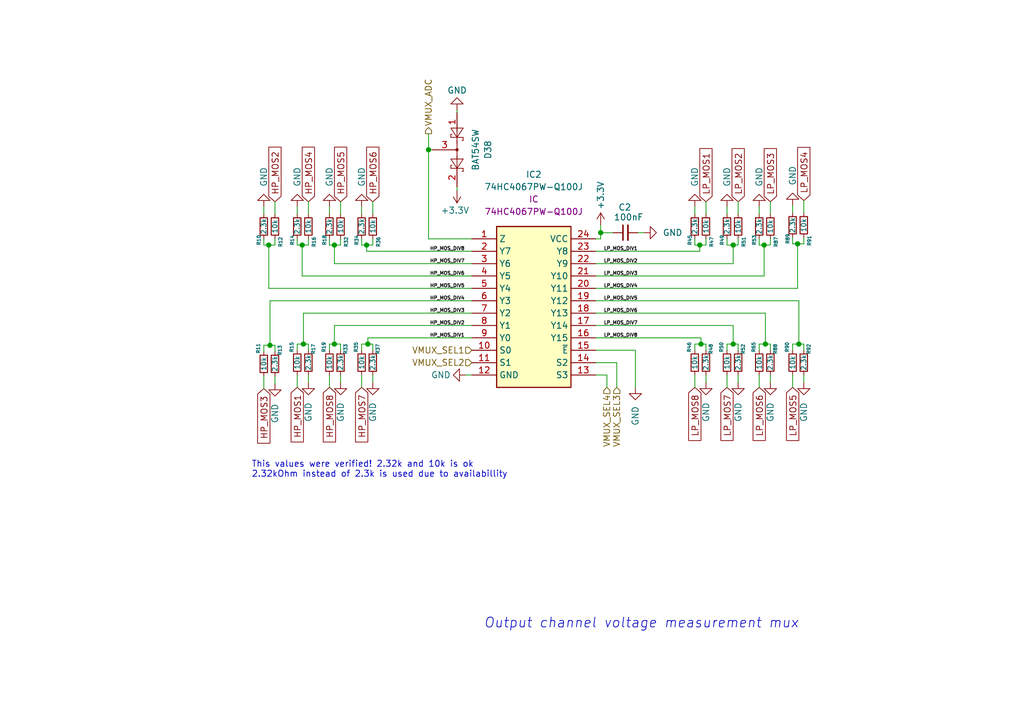
<source format=kicad_sch>
(kicad_sch (version 20211123) (generator eeschema)
  (paper "A5")
  (lib_symbols
    (symbol "Device:C_Small" (pin_numbers hide) (pin_names (offset 0.254) hide)
      (property "Reference" "C" (at 0.254 1.778 0))
      (property "Value" "C_Small" (at 0.254 -2.032 0))
      (symbol "C_Small_0_1"
        (polyline (pts (xy -1.524 -0.508) (xy 1.524 -0.508)) (stroke (width 0.3302)))
        (polyline (pts (xy -1.524 0.508) (xy 1.524 0.508)) (stroke (width 0.3048)))
      )
      (symbol "C_Small_1_1"
        (pin passive line (at 0 2.54 270) (length 2.032) (name "~") (number "1"))
        (pin passive line (at 0 -2.54 90) (length 2.032) (name "~") (number "2"))
      )
    )
    (symbol "Device:R_Small" (pin_numbers hide) (pin_names (offset 0.254) hide)
      (property "Reference" "R" (at 0.762 0.508 0))
      (property "Value" "R_Small" (at 0.762 -1.016 0))
      (symbol "R_Small_0_1"
        (rectangle (start -0.762 1.778) (end 0.762 -1.778) (stroke (width 0.2032)))
      )
      (symbol "R_Small_1_1"
        (pin passive line (at 0 2.54 270) (length 0.762) (name "~") (number "1"))
        (pin passive line (at 0 -2.54 90) (length 0.762) (name "~") (number "2"))
      )
    )
    (symbol "Diode:BAT54SW" (pin_names (offset 1.016))
      (property "Reference" "D" (at 0.635 -3.81 0))
      (property "Value" "BAT54SW" (at -6.35 3.175 0))
      (symbol "BAT54SW_0_1"
        (polyline (pts (xy -3.81 0) (xy -1.27 0)))
        (polyline (pts (xy -3.175 -1.27) (xy -3.175 -1.016)))
        (polyline (pts (xy -2.54 -1.27) (xy -3.175 -1.27)))
        (polyline (pts (xy -2.54 -1.27) (xy -2.54 1.27)))
        (polyline (pts (xy -2.54 1.27) (xy -1.905 1.27)))
        (polyline (pts (xy -1.905 0) (xy 1.905 0)))
        (polyline (pts (xy -1.905 1.27) (xy -1.905 1.016)))
        (polyline (pts (xy 1.27 0) (xy 3.81 0)))
        (polyline (pts (xy 3.175 -1.27) (xy 3.175 -1.016)))
        (polyline (pts (xy 3.81 -1.27) (xy 3.175 -1.27)))
        (polyline (pts (xy 3.81 -1.27) (xy 3.81 1.27)))
        (polyline (pts (xy 3.81 1.27) (xy 4.445 1.27)))
        (polyline (pts (xy 4.445 1.27) (xy 4.445 1.016)))
        (polyline (pts (xy -4.445 1.27) (xy -4.445 -1.27) (xy -2.54 0) (xy -4.445 1.27)))
        (polyline (pts (xy 1.905 1.27) (xy 1.905 -1.27) (xy 3.81 0) (xy 1.905 1.27)))
        (circle (center 0 0) (radius 0.254) (fill (type outline)))
      )
      (symbol "BAT54SW_1_1"
        (pin passive line (at -7.62 0 0) (length 3.81) (name "~") (number "1"))
        (pin passive line (at 7.62 0 180) (length 3.81) (name "~") (number "2"))
        (pin passive line (at 0 -5.08 90) (length 5.08) (name "~") (number "3"))
      )
    )
    (symbol "pdms_additional:74HC4067PW-Q100J"
      (property "Value" "74HC4067PW-Q100J" (at 0 0 0))
      (property "Reference_1" "IC" (at 21.59 7.62 0))
      (property "Value_1" "74HC4067PW-Q100J" (at 21.59 5.08 0))
      (symbol "74HC4067PW-Q100J_1_1"
        (rectangle (start 5.08 2.54) (end 20.32 -30.48) (stroke (width 0.254)) (fill (type background)))
        (pin passive line (at 0 0 0) (length 5.08) (name "Z") (number "1"))
        (pin passive line (at 0 -22.86 0) (length 5.08) (name "S0") (number "10"))
        (pin passive line (at 0 -25.4 0) (length 5.08) (name "S1") (number "11"))
        (pin passive line (at 0 -27.94 0) (length 5.08) (name "GND") (number "12"))
        (pin passive line (at 25.4 -27.94 180) (length 5.08) (name "S3") (number "13"))
        (pin passive line (at 25.4 -25.4 180) (length 5.08) (name "S2") (number "14"))
        (pin passive line (at 25.4 -22.86 180) (length 5.08) (name "~{E}") (number "15"))
        (pin passive line (at 25.4 -20.32 180) (length 5.08) (name "Y15") (number "16"))
        (pin passive line (at 25.4 -17.78 180) (length 5.08) (name "Y14") (number "17"))
        (pin passive line (at 25.4 -15.24 180) (length 5.08) (name "Y13") (number "18"))
        (pin passive line (at 25.4 -12.7 180) (length 5.08) (name "Y12") (number "19"))
        (pin passive line (at 0 -2.54 0) (length 5.08) (name "Y7") (number "2"))
        (pin passive line (at 25.4 -10.16 180) (length 5.08) (name "Y11") (number "20"))
        (pin passive line (at 25.4 -7.62 180) (length 5.08) (name "Y10") (number "21"))
        (pin passive line (at 25.4 -5.08 180) (length 5.08) (name "Y9") (number "22"))
        (pin passive line (at 25.4 -2.54 180) (length 5.08) (name "Y8") (number "23"))
        (pin passive line (at 25.4 0 180) (length 5.08) (name "VCC") (number "24"))
        (pin passive line (at 0 -5.08 0) (length 5.08) (name "Y6") (number "3"))
        (pin passive line (at 0 -7.62 0) (length 5.08) (name "Y5") (number "4"))
        (pin passive line (at 0 -10.16 0) (length 5.08) (name "Y4") (number "5"))
        (pin passive line (at 0 -12.7 0) (length 5.08) (name "Y3") (number "6"))
        (pin passive line (at 0 -15.24 0) (length 5.08) (name "Y2") (number "7"))
        (pin passive line (at 0 -17.78 0) (length 5.08) (name "Y1") (number "8"))
        (pin passive line (at 0 -20.32 0) (length 5.08) (name "Y0") (number "9"))
      )
    )
    (symbol "power:+3.3V" (power) (pin_names (offset 0))
      (property "Value" "+3.3V" (at 0 3.556 0))
      (symbol "+3.3V_0_1"
        (polyline (pts (xy -0.762 1.27) (xy 0 2.54)))
        (polyline (pts (xy 0 0) (xy 0 2.54)))
        (polyline (pts (xy 0 2.54) (xy 0.762 1.27)))
      )
      (symbol "+3.3V_1_1"
        (pin power_in line (at 0 0 90) (length 0) hide (name "+3.3V") (number "1"))
      )
    )
    (symbol "power:GND" (power) (pin_names (offset 0))
      (property "Value" "GND" (at 0 -3.81 0))
      (symbol "GND_0_1"
        (polyline (pts (xy 0 0) (xy 0 -1.27) (xy 1.27 -1.27) (xy 0 -2.54) (xy -1.27 -1.27) (xy 0 -1.27)))
      )
      (symbol "GND_1_1"
        (pin power_in line (at 0 0 270) (length 0) hide (name "GND") (number "1"))
      )
    )
  )
  (junction (at 150.368 50.292))
  (junction (at 163.576 50.038))
  (junction (at 143.764 70.612))
  (junction (at 55.118 50.292))
  (junction (at 75.184 50.292))
  (junction (at 156.718 50.292))
  (junction (at 61.976 50.292))
  (junction (at 62.23 70.612))
  (junction (at 143.51 50.292))
  (junction (at 75.438 70.612))
  (junction (at 68.58 70.612))
  (junction (at 163.83 70.612))
  (junction (at 150.368 70.612))
  (junction (at 87.884 30.734))
  (junction (at 123.19 47.752))
  (junction (at 156.972 70.612))
  (junction (at 68.58 50.292))
  (junction (at 55.372 70.866))
  (wire (pts (xy 130.302 71.882) (xy 130.302 79.502)))
  (wire (pts (xy 96.774 56.642) (xy 61.976 56.642)))
  (wire (pts (xy 162.56 70.612) (xy 163.83 70.612)))
  (wire (pts (xy 63.246 71.882) (xy 63.246 70.612)))
  (wire (pts (xy 149.098 49.022) (xy 149.098 50.292)))
  (wire (pts (xy 76.454 50.292) (xy 75.184 50.292)))
  (wire (pts (xy 63.246 70.612) (xy 62.23 70.612)))
  (wire (pts (xy 124.46 76.962) (xy 122.174 76.962)))
  (wire (pts (xy 54.102 43.942) (xy 54.102 42.418)))
  (wire (pts (xy 68.58 50.292) (xy 67.564 50.292)))
  (wire (pts (xy 155.702 70.612) (xy 155.702 71.882)))
  (wire (pts (xy 56.388 50.292) (xy 55.118 50.292)))
  (wire (pts (xy 149.098 76.962) (xy 149.098 79.502)))
  (wire (pts (xy 122.174 66.802) (xy 150.368 66.802)))
  (wire (pts (xy 96.774 64.262) (xy 62.23 64.262)))
  (wire (pts (xy 122.174 61.722) (xy 163.83 61.722)))
  (wire (pts (xy 163.576 50.038) (xy 164.846 50.038)))
  (wire (pts (xy 63.246 50.292) (xy 61.976 50.292)))
  (wire (pts (xy 142.494 76.962) (xy 142.494 79.502)))
  (wire (pts (xy 157.988 43.942) (xy 157.988 41.402)))
  (wire (pts (xy 156.972 70.612) (xy 157.988 70.612)))
  (wire (pts (xy 60.96 49.022) (xy 60.96 50.292)))
  (wire (pts (xy 142.494 70.612) (xy 143.764 70.612)))
  (wire (pts (xy 76.454 76.962) (xy 76.454 78.486)))
  (wire (pts (xy 150.368 70.612) (xy 151.384 70.612)))
  (wire (pts (xy 157.988 50.292) (xy 157.988 49.022)))
  (wire (pts (xy 122.174 59.182) (xy 163.576 59.182)))
  (wire (pts (xy 150.368 50.292) (xy 151.384 50.292)))
  (wire (pts (xy 61.976 56.642) (xy 61.976 50.292)))
  (wire (pts (xy 163.83 70.612) (xy 164.846 70.612)))
  (wire (pts (xy 96.774 59.182) (xy 55.118 59.182)))
  (wire (pts (xy 76.454 43.942) (xy 76.454 41.402)))
  (wire (pts (xy 55.372 61.722) (xy 55.372 70.866)))
  (wire (pts (xy 157.988 76.962) (xy 157.988 78.486)))
  (wire (pts (xy 164.846 43.688) (xy 164.846 41.148)))
  (wire (pts (xy 126.492 74.422) (xy 122.174 74.422)))
  (wire (pts (xy 69.85 50.292) (xy 69.85 49.022)))
  (wire (pts (xy 144.78 50.292) (xy 144.78 49.022)))
  (wire (pts (xy 96.774 61.722) (xy 55.372 61.722)))
  (wire (pts (xy 56.388 70.866) (xy 55.372 70.866)))
  (wire (pts (xy 93.726 22.606) (xy 93.726 23.114)))
  (wire (pts (xy 151.384 43.942) (xy 151.384 41.402)))
  (wire (pts (xy 75.184 51.562) (xy 75.184 50.292)))
  (wire (pts (xy 74.168 76.962) (xy 74.168 79.502)))
  (wire (pts (xy 54.102 77.216) (xy 54.102 79.756)))
  (wire (pts (xy 149.098 43.942) (xy 149.098 42.418)))
  (wire (pts (xy 124.46 79.502) (xy 124.46 76.962)))
  (wire (pts (xy 125.73 47.752) (xy 123.19 47.752)))
  (wire (pts (xy 56.388 43.942) (xy 56.388 41.402)))
  (wire (pts (xy 162.56 43.688) (xy 162.56 42.164)))
  (wire (pts (xy 144.78 43.942) (xy 144.78 41.402)))
  (wire (pts (xy 67.564 49.022) (xy 67.564 50.292)))
  (wire (pts (xy 155.702 76.962) (xy 155.702 79.502)))
  (wire (pts (xy 55.118 59.182) (xy 55.118 50.292)))
  (wire (pts (xy 151.384 76.962) (xy 151.384 78.486)))
  (wire (pts (xy 151.384 71.882) (xy 151.384 70.612)))
  (wire (pts (xy 69.85 70.612) (xy 68.58 70.612)))
  (wire (pts (xy 130.81 47.752) (xy 132.08 47.752)))
  (wire (pts (xy 63.246 43.942) (xy 63.246 41.402)))
  (wire (pts (xy 151.384 50.292) (xy 151.384 49.022)))
  (wire (pts (xy 122.174 51.562) (xy 143.51 51.562)))
  (wire (pts (xy 87.884 49.022) (xy 96.774 49.022)))
  (wire (pts (xy 156.718 50.292) (xy 157.988 50.292)))
  (wire (pts (xy 122.174 64.262) (xy 156.972 64.262)))
  (wire (pts (xy 164.846 76.962) (xy 164.846 78.486)))
  (wire (pts (xy 155.702 43.942) (xy 155.702 42.418)))
  (wire (pts (xy 67.564 76.962) (xy 67.564 79.502)))
  (wire (pts (xy 87.884 27.432) (xy 87.884 30.734)))
  (wire (pts (xy 123.19 49.022) (xy 122.174 49.022)))
  (wire (pts (xy 69.85 76.962) (xy 69.85 78.486)))
  (wire (pts (xy 123.19 47.752) (xy 123.19 49.022)))
  (wire (pts (xy 164.846 71.882) (xy 164.846 70.612)))
  (wire (pts (xy 142.494 50.292) (xy 143.51 50.292)))
  (wire (pts (xy 76.454 70.612) (xy 75.438 70.612)))
  (wire (pts (xy 143.764 70.612) (xy 144.78 70.612)))
  (wire (pts (xy 143.51 50.292) (xy 144.78 50.292)))
  (wire (pts (xy 54.102 70.866) (xy 54.102 72.136)))
  (wire (pts (xy 63.246 50.292) (xy 63.246 49.022)))
  (wire (pts (xy 162.56 50.038) (xy 163.576 50.038)))
  (wire (pts (xy 155.702 70.612) (xy 156.972 70.612)))
  (wire (pts (xy 144.78 76.962) (xy 144.78 78.486)))
  (wire (pts (xy 68.58 66.802) (xy 68.58 70.612)))
  (wire (pts (xy 96.774 51.562) (xy 75.184 51.562)))
  (wire (pts (xy 75.438 70.612) (xy 74.168 70.612)))
  (wire (pts (xy 56.388 77.216) (xy 56.388 78.74)))
  (wire (pts (xy 75.438 70.612) (xy 75.438 69.342)))
  (wire (pts (xy 164.846 50.038) (xy 164.846 48.768)))
  (wire (pts (xy 87.884 30.734) (xy 87.884 49.022)))
  (wire (pts (xy 62.23 70.612) (xy 62.23 64.262)))
  (wire (pts (xy 56.388 50.292) (xy 56.388 49.022)))
  (wire (pts (xy 74.168 49.022) (xy 74.168 50.292)))
  (wire (pts (xy 69.85 50.292) (xy 68.58 50.292)))
  (wire (pts (xy 149.098 70.612) (xy 149.098 71.882)))
  (wire (pts (xy 144.78 71.882) (xy 144.78 70.612)))
  (wire (pts (xy 69.85 43.942) (xy 69.85 41.402)))
  (wire (pts (xy 157.988 71.882) (xy 157.988 70.612)))
  (wire (pts (xy 155.702 50.292) (xy 156.718 50.292)))
  (wire (pts (xy 67.564 70.612) (xy 67.564 71.882)))
  (wire (pts (xy 143.764 69.342) (xy 143.764 70.612)))
  (wire (pts (xy 76.454 50.292) (xy 76.454 49.022)))
  (wire (pts (xy 87.884 30.734) (xy 88.646 30.734)))
  (wire (pts (xy 150.368 66.802) (xy 150.368 70.612)))
  (wire (pts (xy 55.118 50.292) (xy 54.102 50.292)))
  (wire (pts (xy 143.51 50.292) (xy 143.51 51.562)))
  (wire (pts (xy 61.976 50.292) (xy 60.96 50.292)))
  (wire (pts (xy 142.494 43.942) (xy 142.494 42.418)))
  (wire (pts (xy 74.168 43.942) (xy 74.168 42.418)))
  (wire (pts (xy 156.718 50.292) (xy 156.718 56.642)))
  (wire (pts (xy 123.19 46.228) (xy 123.19 47.752)))
  (wire (pts (xy 163.83 61.722) (xy 163.83 70.612)))
  (wire (pts (xy 162.56 76.962) (xy 162.56 79.502)))
  (wire (pts (xy 156.972 64.262) (xy 156.972 70.612)))
  (wire (pts (xy 74.168 70.612) (xy 74.168 71.882)))
  (wire (pts (xy 122.174 56.642) (xy 156.718 56.642)))
  (wire (pts (xy 122.174 71.882) (xy 130.302 71.882)))
  (wire (pts (xy 126.492 79.502) (xy 126.492 74.422)))
  (wire (pts (xy 96.774 66.802) (xy 68.58 66.802)))
  (wire (pts (xy 149.098 50.292) (xy 150.368 50.292)))
  (wire (pts (xy 150.368 54.102) (xy 150.368 50.292)))
  (wire (pts (xy 62.23 70.612) (xy 60.96 70.612)))
  (wire (pts (xy 63.246 76.962) (xy 63.246 78.486)))
  (wire (pts (xy 93.726 39.116) (xy 93.726 38.354)))
  (wire (pts (xy 122.174 54.102) (xy 150.368 54.102)))
  (wire (pts (xy 60.96 70.612) (xy 60.96 71.882)))
  (wire (pts (xy 142.494 49.022) (xy 142.494 50.292)))
  (wire (pts (xy 69.85 71.882) (xy 69.85 70.612)))
  (wire (pts (xy 75.184 50.292) (xy 74.168 50.292)))
  (wire (pts (xy 162.56 48.768) (xy 162.56 50.038)))
  (wire (pts (xy 68.58 54.102) (xy 68.58 50.292)))
  (wire (pts (xy 68.58 70.612) (xy 67.564 70.612)))
  (wire (pts (xy 67.564 43.942) (xy 67.564 42.418)))
  (wire (pts (xy 155.702 49.022) (xy 155.702 50.292)))
  (wire (pts (xy 95.504 76.962) (xy 96.774 76.962)))
  (wire (pts (xy 60.96 76.962) (xy 60.96 79.502)))
  (wire (pts (xy 142.494 70.612) (xy 142.494 71.882)))
  (wire (pts (xy 60.96 43.942) (xy 60.96 42.418)))
  (wire (pts (xy 55.372 70.866) (xy 54.102 70.866)))
  (wire (pts (xy 56.388 72.136) (xy 56.388 70.866)))
  (wire (pts (xy 96.774 54.102) (xy 68.58 54.102)))
  (wire (pts (xy 163.576 59.182) (xy 163.576 50.038)))
  (wire (pts (xy 54.102 49.022) (xy 54.102 50.292)))
  (wire (pts (xy 122.174 69.342) (xy 143.764 69.342)))
  (wire (pts (xy 162.56 70.612) (xy 162.56 71.882)))
  (wire (pts (xy 149.098 70.612) (xy 150.368 70.612)))
  (wire (pts (xy 96.774 69.342) (xy 75.438 69.342)))
  (wire (pts (xy 76.454 71.882) (xy 76.454 70.612)))
  (text "Output channel voltage measurement mux" (at 99.187 129.159 0) (effects (font (size 2 2) italic) (justify left bottom)))
  (text "This values were verified! 2.32k and 10k is ok\n2.32kOhm instead of 2.3k is used due to availabillity" (at 51.562 98.171 0) (effects (font (size 1.27 1.27)) (justify left bottom)))
  (label "HP_MOS_DIV7" (at 88.138 54.102 0) (effects (font (size 0.7 0.7))))
  (label "HP_MOS_DIV6" (at 88.138 56.642 0) (effects (font (size 0.7 0.7))))
  (label "LP_MOS_DIV7" (at 130.81 66.802 180) (effects (font (size 0.7 0.7))))
  (label "LP_MOS_DIV8" (at 130.81 69.342 180) (effects (font (size 0.7 0.7))))
  (label "HP_MOS_DIV1" (at 88.138 69.342 0) (effects (font (size 0.7 0.7))))
  (label "HP_MOS_DIV3" (at 88.138 64.262 0) (effects (font (size 0.7 0.7))))
  (label "LP_MOS_DIV4" (at 130.81 59.182 180) (effects (font (size 0.7 0.7))))
  (label "HP_MOS_DIV5" (at 88.138 59.182 0) (effects (font (size 0.7 0.7))))
  (label "HP_MOS_DIV4" (at 88.138 61.722 0) (effects (font (size 0.7 0.7))))
  (label "HP_MOS_DIV2" (at 88.138 66.802 0) (effects (font (size 0.7 0.7))))
  (label "LP_MOS_DIV2" (at 130.81 54.102 180) (effects (font (size 0.7 0.7))))
  (label "LP_MOS_DIV1" (at 130.81 51.562 180) (effects (font (size 0.7 0.7))))
  (label "HP_MOS_DIV8" (at 88.138 51.562 0) (effects (font (size 0.7 0.7))))
  (label "LP_MOS_DIV3" (at 130.81 56.642 180) (effects (font (size 0.7 0.7))))
  (label "LP_MOS_DIV6" (at 130.81 64.262 180) (effects (font (size 0.7 0.7))))
  (label "LP_MOS_DIV5" (at 130.81 61.722 180) (effects (font (size 0.7 0.7))))
  (global_label "LP_MOS2" (shape input) (at 151.384 41.402 90) (property "Intersheet References" "${INTERSHEET_REFS}" (effects hide)))
  (global_label "LP_MOS7" (shape input) (at 149.098 79.502 270) (property "Intersheet References" "${INTERSHEET_REFS}" (effects hide)))
  (global_label "HP_MOS6" (shape input) (at 76.454 41.402 90) (property "Intersheet References" "${INTERSHEET_REFS}" (effects hide)))
  (global_label "HP_MOS1" (shape input) (at 60.96 79.502 270) (property "Intersheet References" "${INTERSHEET_REFS}" (effects hide)))
  (global_label "HP_MOS3" (shape input) (at 54.102 79.756 270) (property "Intersheet References" "${INTERSHEET_REFS}" (effects hide)))
  (global_label "LP_MOS8" (shape input) (at 142.494 79.502 270) (property "Intersheet References" "${INTERSHEET_REFS}" (effects hide)))
  (global_label "LP_MOS5" (shape input) (at 162.56 79.502 270) (property "Intersheet References" "${INTERSHEET_REFS}" (effects hide)))
  (global_label "HP_MOS7" (shape input) (at 74.168 79.502 270) (property "Intersheet References" "${INTERSHEET_REFS}" (effects hide)))
  (global_label "HP_MOS8" (shape input) (at 67.564 79.502 270) (property "Intersheet References" "${INTERSHEET_REFS}" (effects hide)))
  (global_label "HP_MOS4" (shape input) (at 63.246 41.402 90) (property "Intersheet References" "${INTERSHEET_REFS}" (effects hide)))
  (global_label "LP_MOS1" (shape input) (at 144.78 41.402 90) (property "Intersheet References" "${INTERSHEET_REFS}" (effects hide)))
  (global_label "LP_MOS3" (shape input) (at 157.988 41.402 90) (property "Intersheet References" "${INTERSHEET_REFS}" (effects hide)))
  (global_label "LP_MOS6" (shape input) (at 155.702 79.502 270) (property "Intersheet References" "${INTERSHEET_REFS}" (effects hide)))
  (global_label "LP_MOS4" (shape input) (at 164.846 41.148 90) (property "Intersheet References" "${INTERSHEET_REFS}" (effects hide)))
  (global_label "HP_MOS5" (shape input) (at 69.85 41.402 90) (property "Intersheet References" "${INTERSHEET_REFS}" (effects hide)))
  (global_label "HP_MOS2" (shape input) (at 56.388 41.402 90) (property "Intersheet References" "${INTERSHEET_REFS}" (effects hide)))
  (hierarchical_label "VMUX_SEL2" (shape input) (at 96.774 74.422 180))
  (hierarchical_label "VMUX_SEL4" (shape input) (at 124.46 79.502 270))
  (hierarchical_label "VMUX_ADC" (shape output) (at 87.884 27.432 90))
  (hierarchical_label "VMUX_SEL1" (shape input) (at 96.774 71.882 180))
  (hierarchical_label "VMUX_SEL3" (shape input) (at 126.492 79.502 270))
  (symbol (lib_id "Device:R_Small") (at 54.102 46.482 0) (unit 1)
    (property "Reference" "R10" (at 53.086 49.276 90) (effects (font (size 0.7 0.7))))
    (property "Value" "2.3k" (at 54.102 46.482 90) (effects (font (size 1 1))))
    (property "Footprint" "Resistor_SMD:R_0402_1005Metric" (effects hide))
  )
  (symbol (lib_id "power:GND") (at 162.56 42.164 180) (unit 1)
    (property "Reference" "#PWR021" (effects hide))
    (property "Value" "GND" (at 162.5599 38.1 90) (effects (justify right)))
  )
  (symbol (lib_id "power:GND") (at 67.564 42.418 180) (unit 1)
    (property "Reference" "#PWR0138" (effects hide))
    (property "Value" "GND" (at 67.5639 38.354 90) (effects (justify right)))
  )
  (symbol (lib_id "power:GND") (at 144.78 78.486 0) (unit 1)
    (property "Reference" "#PWR016" (effects hide))
    (property "Value" "GND" (at 144.7801 82.55 90) (effects (justify right)))
  )
  (symbol (lib_id "Device:R_Small") (at 63.246 46.482 180) (unit 1)
    (property "Reference" "R16" (at 64.389 49.657 90) (effects (font (size 0.7 0.7))))
    (property "Value" "10k" (at 63.246 46.482 90) (effects (font (size 1 1))))
    (property "Footprint" "Resistor_SMD:R_0402_1005Metric" (effects hide))
  )
  (symbol (lib_id "power:+3.3V") (at 123.19 46.228 0) (unit 1)
    (property "Reference" "#PWR012" (effects hide))
    (property "Value" "+3.3V" (at 123.19 43.053 90) (effects (justify left)))
  )
  (symbol (lib_id "Device:R_Small") (at 142.494 46.482 0) (unit 1)
    (property "Reference" "R45" (at 141.478 49.276 90) (effects (font (size 0.7 0.7))))
    (property "Value" "2.3k" (at 142.494 46.482 90) (effects (font (size 1 1))))
    (property "Footprint" "Resistor_SMD:R_0402_1005Metric" (effects hide))
  )
  (symbol (lib_id "power:GND") (at 63.246 78.486 0) (unit 1)
    (property "Reference" "#PWR0144" (effects hide))
    (property "Value" "GND" (at 63.2461 82.55 90) (effects (justify right)))
  )
  (symbol (lib_id "Device:R_Small") (at 74.168 74.422 0) (unit 1)
    (property "Reference" "R35" (at 73.025 71.247 90) (effects (font (size 0.7 0.7))))
    (property "Value" "10k" (at 74.168 74.422 90) (effects (font (size 1 1))))
    (property "Footprint" "Resistor_SMD:R_0402_1005Metric" (effects hide))
  )
  (symbol (lib_id "Device:R_Small") (at 56.388 74.676 180) (unit 1)
    (property "Reference" "R13" (at 57.404 71.882 90) (effects (font (size 0.7 0.7))))
    (property "Value" "2.3k" (at 56.388 74.676 90) (effects (font (size 1 1))))
    (property "Footprint" "Resistor_SMD:R_0402_1005Metric" (effects hide))
  )
  (symbol (lib_id "power:GND") (at 56.388 78.74 0) (unit 1)
    (property "Reference" "#PWR0145" (effects hide))
    (property "Value" "GND" (at 56.3881 82.804 90) (effects (justify right)))
  )
  (symbol (lib_id "power:GND") (at 60.96 42.418 180) (unit 1)
    (property "Reference" "#PWR0141" (effects hide))
    (property "Value" "GND" (at 60.9599 38.354 90) (effects (justify right)))
  )
  (symbol (lib_id "power:GND") (at 157.988 78.486 0) (unit 1)
    (property "Reference" "#PWR020" (effects hide))
    (property "Value" "GND" (at 157.9881 82.55 90) (effects (justify right)))
  )
  (symbol (lib_id "power:GND") (at 76.454 78.486 0) (unit 1)
    (property "Reference" "#PWR0142" (effects hide))
    (property "Value" "GND" (at 76.4541 82.55 90) (effects (justify right)))
  )
  (symbol (lib_id "Device:R_Small") (at 149.098 74.422 0) (unit 1)
    (property "Reference" "R50" (at 147.955 71.247 90) (effects (font (size 0.7 0.7))))
    (property "Value" "10k" (at 149.098 74.422 90) (effects (font (size 1 1))))
    (property "Footprint" "Resistor_SMD:R_0402_1005Metric" (effects hide))
  )
  (symbol (lib_id "Device:R_Small") (at 151.384 74.422 180) (unit 1)
    (property "Reference" "R52" (at 152.4 71.628 90) (effects (font (size 0.7 0.7))))
    (property "Value" "2.3k" (at 151.384 74.422 90) (effects (font (size 1 1))))
    (property "Footprint" "Resistor_SMD:R_0402_1005Metric" (effects hide))
  )
  (symbol (lib_id "Device:R_Small") (at 63.246 74.422 180) (unit 1)
    (property "Reference" "R17" (at 64.262 71.628 90) (effects (font (size 0.7 0.7))))
    (property "Value" "2.3k" (at 63.246 74.422 90) (effects (font (size 1 1))))
    (property "Footprint" "Resistor_SMD:R_0402_1005Metric" (effects hide))
  )
  (symbol (lib_id "Device:R_Small") (at 164.846 46.228 180) (unit 1)
    (property "Reference" "R91" (at 165.989 49.403 90) (effects (font (size 0.7 0.7))))
    (property "Value" "10k" (at 164.846 46.228 90) (effects (font (size 1 1))))
    (property "Footprint" "Resistor_SMD:R_0402_1005Metric" (effects hide))
  )
  (symbol (lib_id "Device:R_Small") (at 144.78 74.422 180) (unit 1)
    (property "Reference" "R48" (at 145.796 71.628 90) (effects (font (size 0.7 0.7))))
    (property "Value" "2.3k" (at 144.78 74.422 90) (effects (font (size 1 1))))
    (property "Footprint" "Resistor_SMD:R_0402_1005Metric" (effects hide))
  )
  (symbol (lib_id "Device:R_Small") (at 155.702 74.422 0) (unit 1)
    (property "Reference" "R65" (at 154.559 71.247 90) (effects (font (size 0.7 0.7))))
    (property "Value" "10k" (at 155.702 74.422 90) (effects (font (size 1 1))))
    (property "Footprint" "Resistor_SMD:R_0402_1005Metric" (effects hide))
  )
  (symbol (lib_id "Device:R_Small") (at 54.102 74.676 0) (unit 1)
    (property "Reference" "R11" (at 52.959 71.501 90) (effects (font (size 0.7 0.7))))
    (property "Value" "10k" (at 54.102 74.676 90) (effects (font (size 1 1))))
    (property "Footprint" "Resistor_SMD:R_0402_1005Metric" (effects hide))
  )
  (symbol (lib_id "power:GND") (at 74.168 42.418 180) (unit 1)
    (property "Reference" "#PWR0139" (effects hide))
    (property "Value" "GND" (at 74.1679 38.354 90) (effects (justify right)))
  )
  (symbol (lib_id "Device:R_Small") (at 162.56 74.422 0) (unit 1)
    (property "Reference" "R90" (at 161.417 71.247 90) (effects (font (size 0.7 0.7))))
    (property "Value" "10k" (at 162.56 74.422 90) (effects (font (size 1 1))))
    (property "Footprint" "Resistor_SMD:R_0402_1005Metric" (effects hide))
  )
  (symbol (lib_id "power:GND") (at 69.85 78.486 0) (unit 1)
    (property "Reference" "#PWR0143" (effects hide))
    (property "Value" "GND" (at 69.8501 82.55 90) (effects (justify right)))
  )
  (symbol (lib_id "Device:R_Small") (at 67.564 46.482 0) (unit 1)
    (property "Reference" "R18" (at 66.548 49.276 90) (effects (font (size 0.7 0.7))))
    (property "Value" "2.3k" (at 67.564 46.482 90) (effects (font (size 1 1))))
    (property "Footprint" "Resistor_SMD:R_0402_1005Metric" (effects hide))
  )
  (symbol (lib_id "Device:R_Small") (at 164.846 74.422 180) (unit 1)
    (property "Reference" "R92" (at 165.862 71.628 90) (effects (font (size 0.7 0.7))))
    (property "Value" "2.3k" (at 164.846 74.422 90) (effects (font (size 1 1))))
    (property "Footprint" "Resistor_SMD:R_0402_1005Metric" (effects hide))
  )
  (symbol (lib_id "power:GND") (at 149.098 42.418 180) (unit 1)
    (property "Reference" "#PWR017" (effects hide))
    (property "Value" "GND" (at 149.0979 38.354 90) (effects (justify right)))
  )
  (symbol (lib_id "Device:R_Small") (at 144.78 46.482 180) (unit 1)
    (property "Reference" "R47" (at 145.923 49.657 90) (effects (font (size 0.7 0.7))))
    (property "Value" "10k" (at 144.78 46.482 90) (effects (font (size 1 1))))
    (property "Footprint" "Resistor_SMD:R_0402_1005Metric" (effects hide))
  )
  (symbol (lib_id "Device:R_Small") (at 157.988 74.422 180) (unit 1)
    (property "Reference" "R88" (at 159.004 71.628 90) (effects (font (size 0.7 0.7))))
    (property "Value" "2.3k" (at 157.988 74.422 90) (effects (font (size 1 1))))
    (property "Footprint" "Resistor_SMD:R_0402_1005Metric" (effects hide))
  )
  (symbol (lib_id "Device:R_Small") (at 69.85 46.482 180) (unit 1)
    (property "Reference" "R32" (at 70.993 49.657 90) (effects (font (size 0.7 0.7))))
    (property "Value" "10k" (at 69.85 46.482 90) (effects (font (size 1 1))))
    (property "Footprint" "Resistor_SMD:R_0402_1005Metric" (effects hide))
  )
  (symbol (lib_id "power:GND") (at 142.494 42.418 180) (unit 1)
    (property "Reference" "#PWR015" (effects hide))
    (property "Value" "GND" (at 142.4939 38.354 90) (effects (justify right)))
  )
  (symbol (lib_id "power:GND") (at 54.102 42.418 180) (unit 1)
    (property "Reference" "#PWR0140" (effects hide))
    (property "Value" "GND" (at 54.1019 38.354 90) (effects (justify right)))
  )
  (symbol (lib_id "Device:R_Small") (at 162.56 46.228 0) (unit 1)
    (property "Reference" "R89" (at 161.544 49.022 90) (effects (font (size 0.7 0.7))))
    (property "Value" "2.3k" (at 162.56 46.228 90) (effects (font (size 1 1))))
    (property "Footprint" "Resistor_SMD:R_0402_1005Metric" (effects hide))
  )
  (symbol (lib_id "Device:R_Small") (at 67.564 74.422 0) (unit 1)
    (property "Reference" "R19" (at 66.421 71.247 90) (effects (font (size 0.7 0.7))))
    (property "Value" "10k" (at 67.564 74.422 90) (effects (font (size 1 1))))
    (property "Footprint" "Resistor_SMD:R_0402_1005Metric" (effects hide))
  )
  (symbol (lib_id "Device:R_Small") (at 149.098 46.482 0) (unit 1)
    (property "Reference" "R49" (at 148.082 49.276 90) (effects (font (size 0.7 0.7))))
    (property "Value" "2.3k" (at 149.098 46.482 90) (effects (font (size 1 1))))
    (property "Footprint" "Resistor_SMD:R_0402_1005Metric" (effects hide))
  )
  (symbol (lib_id "Diode:BAT54SW") (at 93.726 30.734 270) (unit 1)
    (property "Reference" "D38" (at 100.076 30.734 0))
    (property "Value" "BAT54SW" (at 97.536 30.734 0))
    (property "Footprint" "Package_TO_SOT_SMD:SOT-323_SC-70" (effects hide))
    (property "Datasheet" "https://assets.nexperia.com/documents/data-sheet/BAT54W_SER.pdf" (effects hide))
  )
  (symbol (lib_id "power:GND") (at 132.08 47.752 90) (unit 1)
    (property "Reference" "#PWR014" (effects hide))
    (property "Value" "GND" (at 135.89 47.7519 90) (effects (justify right)))
  )
  (symbol (lib_id "Device:R_Small") (at 74.168 46.482 0) (unit 1)
    (property "Reference" "R34" (at 73.152 49.276 90) (effects (font (size 0.7 0.7))))
    (property "Value" "2.3k" (at 74.168 46.482 90) (effects (font (size 1 1))))
    (property "Footprint" "Resistor_SMD:R_0402_1005Metric" (effects hide))
  )
  (symbol (lib_id "power:GND") (at 164.846 78.486 0) (unit 1)
    (property "Reference" "#PWR022" (effects hide))
    (property "Value" "GND" (at 164.8461 82.55 90) (effects (justify right)))
  )
  (symbol (lib_id "Device:R_Small") (at 76.454 74.422 180) (unit 1)
    (property "Reference" "R37" (at 77.47 71.628 90) (effects (font (size 0.7 0.7))))
    (property "Value" "2.3k" (at 76.454 74.422 90) (effects (font (size 1 1))))
    (property "Footprint" "Resistor_SMD:R_0402_1005Metric" (effects hide))
  )
  (symbol (lib_id "Device:R_Small") (at 155.702 46.482 0) (unit 1)
    (property "Reference" "R53" (at 154.686 49.276 90) (effects (font (size 0.7 0.7))))
    (property "Value" "2.3k" (at 155.702 46.482 90) (effects (font (size 1 1))))
    (property "Footprint" "Resistor_SMD:R_0402_1005Metric" (effects hide))
  )
  (symbol (lib_id "power:GND") (at 95.504 76.962 270) (unit 1)
    (property "Reference" "#PWR011" (effects hide))
    (property "Value" "GND" (at 90.424 76.962 90))
  )
  (symbol (lib_id "pdms_additional:74HC4067PW-Q100J") (at 96.774 49.022 0) (unit 1)
    (property "Reference" "IC2" (at 109.474 35.814 0))
    (property "Value" "74HC4067PW-Q100J" (at 109.474 38.354 0))
    (property "Footprint" "PDMS_Additional:SOP65P640X110-24N" (effects hide))
    (property "Reference_1" "IC" (at 109.474 40.894 0))
    (property "Value_1" "74HC4067PW-Q100J" (at 109.474 43.434 0))
    (property "Footprint_1" "SOP65P640X110-24N" (effects hide))
    (property "Datasheet_1" "https://assets.nexperia.com/documents/data-sheet/74HC_HCT4067_Q100.pdf" (effects hide))
    (property "Height" "1.1" (effects hide))
    (property "Manufacturer_Name" "Nexperia" (effects hide))
    (property "Manufacturer_Part_Number" "74HC4067PW-Q100J" (effects hide))
    (property "Mouser Part Number" "771-74HC4067PW-Q100J" (effects hide))
    (property "Mouser Price/Stock" "https://www.mouser.co.uk/ProductDetail/Nexperia/74HC4067PW-Q100J?qs=sPdA%252BpIfi%2F%252BXvXN1KGf9sg%3D%3D" (effects hide))
    (property "Arrow Part Number" "74HC4067PW-Q100J" (effects hide))
    (property "Arrow Price/Stock" "https://www.arrow.com/en/products/74hc4067pw-q100j/nexperia?region=asia" (effects hide))
  )
  (symbol (lib_id "power:GND") (at 93.726 22.606 180) (unit 1)
    (property "Reference" "#PWR09" (effects hide))
    (property "Value" "GND" (at 91.694 18.542 0) (effects (justify right)))
  )
  (symbol (lib_id "power:+3.3V") (at 93.726 39.116 180) (unit 1)
    (property "Reference" "#PWR010" (effects hide))
    (property "Value" "+3.3V" (at 96.266 43.18 0) (effects (justify left)))
  )
  (symbol (lib_id "Device:R_Small") (at 69.85 74.422 180) (unit 1)
    (property "Reference" "R33" (at 70.866 71.628 90) (effects (font (size 0.7 0.7))))
    (property "Value" "2.3k" (at 69.85 74.422 90) (effects (font (size 1 1))))
    (property "Footprint" "Resistor_SMD:R_0402_1005Metric" (effects hide))
  )
  (symbol (lib_id "power:GND") (at 151.384 78.486 0) (unit 1)
    (property "Reference" "#PWR018" (effects hide))
    (property "Value" "GND" (at 151.3841 82.55 90) (effects (justify right)))
  )
  (symbol (lib_id "Device:C_Small") (at 128.27 47.752 90) (unit 1)
    (property "Reference" "C2" (at 128.143 42.545 90))
    (property "Value" "100nF" (at 128.905 44.577 90))
    (property "Footprint" "Capacitor_SMD:C_0402_1005Metric" (effects hide))
  )
  (symbol (lib_id "Device:R_Small") (at 157.988 46.482 180) (unit 1)
    (property "Reference" "R87" (at 159.131 49.657 90) (effects (font (size 0.7 0.7))))
    (property "Value" "10k" (at 157.988 46.482 90) (effects (font (size 1 1))))
    (property "Footprint" "Resistor_SMD:R_0402_1005Metric" (effects hide))
  )
  (symbol (lib_id "power:GND") (at 130.302 79.502 0) (unit 1)
    (property "Reference" "#PWR013" (effects hide))
    (property "Value" "GND" (at 130.3019 83.312 90) (effects (justify right)))
  )
  (symbol (lib_id "Device:R_Small") (at 60.96 46.482 0) (unit 1)
    (property "Reference" "R14" (at 59.944 49.276 90) (effects (font (size 0.7 0.7))))
    (property "Value" "2.3k" (at 60.96 46.482 90) (effects (font (size 1 1))))
    (property "Footprint" "Resistor_SMD:R_0402_1005Metric" (effects hide))
  )
  (symbol (lib_id "Device:R_Small") (at 76.454 46.482 180) (unit 1)
    (property "Reference" "R36" (at 77.597 49.657 90) (effects (font (size 0.7 0.7))))
    (property "Value" "10k" (at 76.454 46.482 90) (effects (font (size 1 1))))
    (property "Footprint" "Resistor_SMD:R_0402_1005Metric" (effects hide))
  )
  (symbol (lib_id "Device:R_Small") (at 151.384 46.482 180) (unit 1)
    (property "Reference" "R51" (at 152.527 49.657 90) (effects (font (size 0.7 0.7))))
    (property "Value" "10k" (at 151.384 46.482 90) (effects (font (size 1 1))))
    (property "Footprint" "Resistor_SMD:R_0402_1005Metric" (effects hide))
  )
  (symbol (lib_id "Device:R_Small") (at 60.96 74.422 0) (unit 1)
    (property "Reference" "R15" (at 59.817 71.247 90) (effects (font (size 0.7 0.7))))
    (property "Value" "10k" (at 60.96 74.422 90) (effects (font (size 1 1))))
    (property "Footprint" "Resistor_SMD:R_0402_1005Metric" (effects hide))
  )
  (symbol (lib_id "power:GND") (at 155.702 42.418 180) (unit 1)
    (property "Reference" "#PWR019" (effects hide))
    (property "Value" "GND" (at 155.7019 38.354 90) (effects (justify right)))
  )
  (symbol (lib_id "Device:R_Small") (at 56.388 46.482 180) (unit 1)
    (property "Reference" "R12" (at 57.531 49.657 90) (effects (font (size 0.7 0.7))))
    (property "Value" "10k" (at 56.388 46.482 90) (effects (font (size 1 1))))
    (property "Footprint" "Resistor_SMD:R_0402_1005Metric" (effects hide))
  )
  (symbol (lib_id "Device:R_Small") (at 142.494 74.422 0) (unit 1)
    (property "Reference" "R46" (at 141.351 71.247 90) (effects (font (size 0.7 0.7))))
    (property "Value" "10k" (at 142.494 74.422 90) (effects (font (size 1 1))))
    (property "Footprint" "Resistor_SMD:R_0402_1005Metric" (effects hide))
  )
)
</source>
